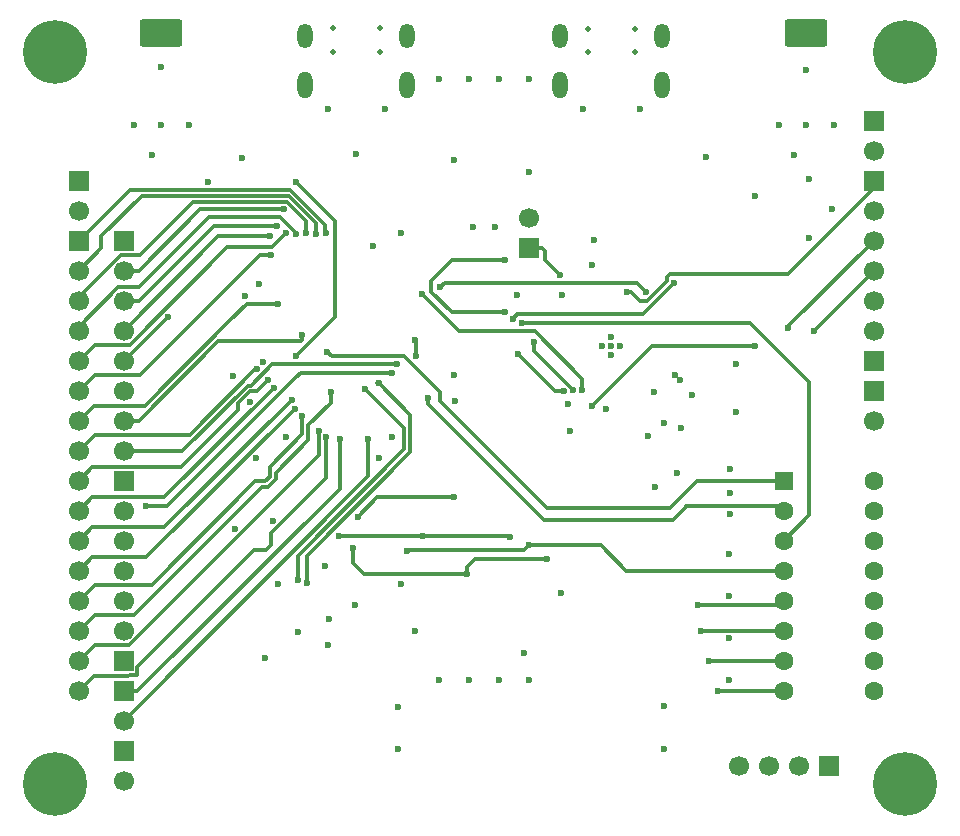
<source format=gbr>
%TF.GenerationSoftware,KiCad,Pcbnew,9.0.4*%
%TF.CreationDate,2025-12-11T19:01:58+01:00*%
%TF.ProjectId,iCEBrainstorm,69434542-7261-4696-9e73-746f726d2e6b,rev?*%
%TF.SameCoordinates,Original*%
%TF.FileFunction,Copper,L4,Bot*%
%TF.FilePolarity,Positive*%
%FSLAX46Y46*%
G04 Gerber Fmt 4.6, Leading zero omitted, Abs format (unit mm)*
G04 Created by KiCad (PCBNEW 9.0.4) date 2025-12-11 19:01:58*
%MOMM*%
%LPD*%
G01*
G04 APERTURE LIST*
G04 Aperture macros list*
%AMRoundRect*
0 Rectangle with rounded corners*
0 $1 Rounding radius*
0 $2 $3 $4 $5 $6 $7 $8 $9 X,Y pos of 4 corners*
0 Add a 4 corners polygon primitive as box body*
4,1,4,$2,$3,$4,$5,$6,$7,$8,$9,$2,$3,0*
0 Add four circle primitives for the rounded corners*
1,1,$1+$1,$2,$3*
1,1,$1+$1,$4,$5*
1,1,$1+$1,$6,$7*
1,1,$1+$1,$8,$9*
0 Add four rect primitives between the rounded corners*
20,1,$1+$1,$2,$3,$4,$5,0*
20,1,$1+$1,$4,$5,$6,$7,0*
20,1,$1+$1,$6,$7,$8,$9,0*
20,1,$1+$1,$8,$9,$2,$3,0*%
G04 Aperture macros list end*
%TA.AperFunction,ComponentPad*%
%ADD10C,0.500000*%
%TD*%
%TA.AperFunction,SMDPad,CuDef*%
%ADD11RoundRect,0.250000X-1.550000X0.920000X-1.550000X-0.920000X1.550000X-0.920000X1.550000X0.920000X0*%
%TD*%
%TA.AperFunction,ComponentPad*%
%ADD12C,5.400000*%
%TD*%
%TA.AperFunction,ComponentPad*%
%ADD13R,1.700000X1.700000*%
%TD*%
%TA.AperFunction,ComponentPad*%
%ADD14C,1.700000*%
%TD*%
%TA.AperFunction,ComponentPad*%
%ADD15RoundRect,0.250000X-0.550000X-0.550000X0.550000X-0.550000X0.550000X0.550000X-0.550000X0.550000X0*%
%TD*%
%TA.AperFunction,ComponentPad*%
%ADD16C,1.600000*%
%TD*%
%TA.AperFunction,ComponentPad*%
%ADD17O,1.300000X2.300000*%
%TD*%
%TA.AperFunction,ComponentPad*%
%ADD18O,1.300000X2.100000*%
%TD*%
%TA.AperFunction,ViaPad*%
%ADD19C,0.600000*%
%TD*%
%TA.AperFunction,Conductor*%
%ADD20C,0.300000*%
%TD*%
G04 APERTURE END LIST*
D10*
%TO.P,U2,4,VOUT*%
%TO.N,+1V2*%
X128635000Y-62405000D03*
X127635000Y-62405000D03*
D11*
X127635000Y-62405000D03*
D10*
X126635000Y-62405000D03*
%TD*%
D12*
%TO.P,H2,1,1*%
%TO.N,unconnected-(H2-Pad1)*%
X136000000Y-64000000D03*
%TD*%
%TO.P,H1,1,1*%
%TO.N,unconnected-(H1-Pad1)*%
X64000000Y-64000000D03*
%TD*%
D13*
%TO.P,J4,1,Pin_1*%
%TO.N,+3V3*%
X69850000Y-123190000D03*
D14*
%TO.P,J4,2,Pin_2*%
%TO.N,GND*%
X69850000Y-125730000D03*
%TD*%
D13*
%TO.P,J10,1,Pin_1*%
%TO.N,/RGB0*%
X133350000Y-90170000D03*
D14*
%TO.P,J10,2,Pin_2*%
%TO.N,/RGB1*%
X133350000Y-87630000D03*
%TO.P,J10,3,Pin_3*%
%TO.N,/RGB2*%
X133350000Y-85090000D03*
%TD*%
D15*
%TO.P,SW1,1*%
%TO.N,/BOOT0*%
X125730000Y-100330000D03*
D16*
%TO.P,SW1,2*%
%TO.N,/BOOT1*%
X125730000Y-102870000D03*
%TO.P,SW1,3*%
%TO.N,/FPGA_BOOT*%
X125730000Y-105410000D03*
%TO.P,SW1,4*%
%TO.N,/FPGA_SPI_CS*%
X125730000Y-107950000D03*
%TO.P,SW1,5*%
%TO.N,/IN0*%
X125730000Y-110490000D03*
%TO.P,SW1,6*%
%TO.N,/FPGA_GLOBAL_0*%
X125730000Y-113030000D03*
%TO.P,SW1,7*%
%TO.N,/IN2*%
X125730000Y-115570000D03*
%TO.P,SW1,8*%
%TO.N,/FPGA_GLOBAL_1*%
X125730000Y-118110000D03*
%TO.P,SW1,9*%
%TO.N,+3V3*%
X133350000Y-118110000D03*
%TO.P,SW1,10*%
X133350000Y-115570000D03*
%TO.P,SW1,11*%
X133350000Y-113030000D03*
%TO.P,SW1,12*%
X133350000Y-110490000D03*
%TO.P,SW1,13*%
%TO.N,Net-(R18-Pad1)*%
X133350000Y-107950000D03*
%TO.P,SW1,14*%
%TO.N,Net-(R17-Pad1)*%
X133350000Y-105410000D03*
%TO.P,SW1,15*%
%TO.N,Net-(R16-Pad1)*%
X133350000Y-102870000D03*
%TO.P,SW1,16*%
%TO.N,Net-(R15-Pad1)*%
X133350000Y-100330000D03*
%TD*%
D12*
%TO.P,H4,1,1*%
%TO.N,unconnected-(H4-Pad1)*%
X136000000Y-126000000D03*
%TD*%
D10*
%TO.P,U1,4,VOUT*%
%TO.N,+3V3*%
X74025000Y-62405000D03*
X73025000Y-62405000D03*
D11*
X73025000Y-62405000D03*
D10*
X72025000Y-62405000D03*
%TD*%
D13*
%TO.P,J7,1,Pin_1*%
%TO.N,/IN0*%
X129540000Y-124460000D03*
D14*
%TO.P,J7,2,Pin_2*%
%TO.N,/FPGA_GLOBAL_0*%
X127000000Y-124460000D03*
%TO.P,J7,3,Pin_3*%
%TO.N,/IN2*%
X124460000Y-124460000D03*
%TO.P,J7,4,Pin_4*%
%TO.N,/FPGA_GLOBAL_1*%
X121920000Y-124460000D03*
%TD*%
D12*
%TO.P,H3,1,1*%
%TO.N,unconnected-(H3-Pad1)*%
X64000000Y-126000000D03*
%TD*%
D17*
%TO.P,J16,S1,SHIELD*%
%TO.N,GND*%
X115443000Y-66844000D03*
D18*
X115443000Y-62644000D03*
D10*
X113113000Y-64024000D03*
X113113000Y-62024000D03*
X109113000Y-64024000D03*
X109113000Y-62024000D03*
D17*
X106783000Y-66844000D03*
D18*
X106783000Y-62644000D03*
%TD*%
D13*
%TO.P,J2,1,Pin_1*%
%TO.N,/PA15*%
X66040000Y-80010000D03*
D14*
%TO.P,J2,2,Pin_2*%
%TO.N,/PC10*%
X66040000Y-82550000D03*
%TO.P,J2,3,Pin_3*%
%TO.N,/PC11*%
X66040000Y-85090000D03*
%TO.P,J2,4,Pin_4*%
%TO.N,/PC12*%
X66040000Y-87630000D03*
%TO.P,J2,5,Pin_5*%
%TO.N,/PD2*%
X66040000Y-90170000D03*
%TO.P,J2,6,Pin_6*%
%TO.N,/PB4*%
X66040000Y-92710000D03*
%TO.P,J2,7,Pin_7*%
%TO.N,/PB9*%
X66040000Y-95250000D03*
%TO.P,J2,8,Pin_8*%
%TO.N,/PC13*%
X66040000Y-97790000D03*
%TO.P,J2,9,Pin_9*%
%TO.N,/PC14*%
X66040000Y-100330000D03*
%TO.P,J2,10,Pin_10*%
%TO.N,/PC15*%
X66040000Y-102870000D03*
%TO.P,J2,11,Pin_11*%
%TO.N,/PC0*%
X66040000Y-105410000D03*
%TO.P,J2,12,Pin_12*%
%TO.N,/PC1*%
X66040000Y-107950000D03*
%TO.P,J2,13,Pin_13*%
%TO.N,/PC2*%
X66040000Y-110490000D03*
%TO.P,J2,14,Pin_14*%
%TO.N,/PC3*%
X66040000Y-113030000D03*
%TO.P,J2,15,Pin_15*%
%TO.N,/PA0*%
X66040000Y-115570000D03*
%TO.P,J2,16,Pin_16*%
%TO.N,/PA1*%
X66040000Y-118110000D03*
%TD*%
D13*
%TO.P,J15,1,Pin_1*%
%TO.N,+3V3*%
X69850000Y-115570000D03*
D14*
%TO.P,J15,2,Pin_2*%
%TO.N,/FPGA_SPI_CS*%
X69850000Y-113030000D03*
%TO.P,J15,3,Pin_3*%
%TO.N,/FPGA_SPI_SI*%
X69850000Y-110490000D03*
%TO.P,J15,4,Pin_4*%
%TO.N,/FPGA_SPI_SO*%
X69850000Y-107950000D03*
%TO.P,J15,5,Pin_5*%
%TO.N,/FPGA_SPI_SCK*%
X69850000Y-105410000D03*
%TO.P,J15,6,Pin_6*%
%TO.N,GND*%
X69850000Y-102870000D03*
%TD*%
D13*
%TO.P,J13,1,Pin_1*%
%TO.N,/USART2_TX*%
X69850000Y-118110000D03*
D14*
%TO.P,J13,2,Pin_2*%
%TO.N,/USART2_RX*%
X69850000Y-120650000D03*
%TD*%
D13*
%TO.P,J12,1,Pin_1*%
%TO.N,/I2C1_SCL*%
X66040000Y-74930000D03*
D14*
%TO.P,J12,2,Pin_2*%
%TO.N,/I2C1_SDA*%
X66040000Y-77470000D03*
%TD*%
D17*
%TO.P,J1,S1,SHIELD*%
%TO.N,GND*%
X93865000Y-66820000D03*
D18*
X93865000Y-62620000D03*
D10*
X91535000Y-64000000D03*
X91535000Y-62000000D03*
X87535000Y-64000000D03*
X87535000Y-62000000D03*
D17*
X85205000Y-66820000D03*
D18*
X85205000Y-62620000D03*
%TD*%
D13*
%TO.P,J5,1,Pin_1*%
%TO.N,+3V3*%
X133350000Y-69850000D03*
D14*
%TO.P,J5,2,Pin_2*%
%TO.N,GND*%
X133350000Y-72390000D03*
%TD*%
D13*
%TO.P,J9,1,Pin_1*%
%TO.N,/I2S5_CK*%
X69850000Y-100330000D03*
D14*
%TO.P,J9,2,Pin_2*%
%TO.N,/I2S5_WS*%
X69850000Y-97790000D03*
%TO.P,J9,3,Pin_3*%
%TO.N,/I2S5_SD*%
X69850000Y-95250000D03*
%TD*%
D13*
%TO.P,J14,1,Pin_1*%
%TO.N,/USART1_TX*%
X104140000Y-80645000D03*
D14*
%TO.P,J14,2,Pin_2*%
%TO.N,/USART1_RX*%
X104140000Y-78105000D03*
%TD*%
D13*
%TO.P,J11,1,Pin_1*%
%TO.N,/FPGA_IO_0*%
X133350000Y-74930000D03*
D14*
%TO.P,J11,2,Pin_2*%
%TO.N,/FPGA_IO_1*%
X133350000Y-77470000D03*
%TO.P,J11,3,Pin_3*%
%TO.N,/FPGA_IO_2*%
X133350000Y-80010000D03*
%TO.P,J11,4,Pin_4*%
%TO.N,/FPGA_IO_3*%
X133350000Y-82550000D03*
%TD*%
D13*
%TO.P,J3,1,Pin_1*%
%TO.N,+3V3*%
X69850000Y-80010000D03*
D14*
%TO.P,J3,2,Pin_2*%
%TO.N,/SWCLK*%
X69850000Y-82550000D03*
%TO.P,J3,3,Pin_3*%
%TO.N,/SWDIO*%
X69850000Y-85090000D03*
%TO.P,J3,4,Pin_4*%
%TO.N,/SWO*%
X69850000Y-87630000D03*
%TO.P,J3,5,Pin_5*%
%TO.N,/NRST*%
X69850000Y-90170000D03*
%TO.P,J3,6,Pin_6*%
%TO.N,GND*%
X69850000Y-92710000D03*
%TD*%
D13*
%TO.P,J6,1,Pin_1*%
%TO.N,+3V3*%
X133350000Y-92710000D03*
D14*
%TO.P,J6,2,Pin_2*%
%TO.N,GND*%
X133350000Y-95250000D03*
%TD*%
D19*
%TO.N,/NRST*%
X84455000Y-75057000D03*
X84455000Y-89789000D03*
X73555714Y-86464285D03*
%TO.N,GND*%
X111125000Y-88138000D03*
X111125000Y-89662000D03*
X126619000Y-72771000D03*
X79865000Y-73025000D03*
X107652457Y-96055543D03*
X121100000Y-110109000D03*
X79248000Y-104394000D03*
X81280000Y-83693000D03*
X97790000Y-73152000D03*
X115613543Y-95420543D03*
X121666000Y-94488000D03*
X89535000Y-72644000D03*
X104140000Y-66294000D03*
X89408000Y-110871000D03*
X121100000Y-113665000D03*
X83566000Y-96647000D03*
X114782600Y-100838000D03*
X111887000Y-88900000D03*
X99060000Y-117221000D03*
X101600000Y-117221000D03*
X103124000Y-84582000D03*
X94488000Y-113030000D03*
X119154500Y-72869500D03*
X81788000Y-115316000D03*
X109673500Y-79937500D03*
X87122000Y-114252000D03*
X91440000Y-98425000D03*
X72263000Y-72771000D03*
X121158000Y-103124000D03*
X115585000Y-119380000D03*
X104140000Y-117221000D03*
X129778800Y-77292200D03*
X79052400Y-91432400D03*
X117976000Y-93091000D03*
X121100000Y-117221000D03*
X93060000Y-119507000D03*
X70725000Y-70231000D03*
X81026000Y-98425000D03*
X82931000Y-109093000D03*
X121158000Y-99314000D03*
X96520000Y-117221000D03*
X80538386Y-93619386D03*
X86868000Y-107569000D03*
X93345000Y-79375000D03*
X111125000Y-88900000D03*
X125335000Y-70231000D03*
X110363000Y-88900000D03*
X97877086Y-93599000D03*
X101280000Y-78867000D03*
%TO.N,+3V3*%
X90951957Y-80410957D03*
X87249000Y-112002000D03*
X76962000Y-75057000D03*
X121666000Y-90424000D03*
X106821000Y-109855000D03*
X121100000Y-106553000D03*
X84590000Y-113157000D03*
X93345000Y-109093000D03*
X107442000Y-93853000D03*
X121158000Y-101346000D03*
X103759000Y-114935000D03*
X80137000Y-84709000D03*
X93091000Y-123063000D03*
X81661000Y-90261181D03*
X99060000Y-66294000D03*
X116542457Y-91396457D03*
X92583000Y-96647000D03*
X115570000Y-123063000D03*
X104140000Y-74168000D03*
X82469000Y-103713000D03*
X73025000Y-70231000D03*
X123317000Y-76200000D03*
X127889000Y-74803000D03*
X109474000Y-82042000D03*
X116967000Y-91821000D03*
X97790000Y-91352914D03*
X73025000Y-65278000D03*
%TO.N,/BOOT0*%
X87065990Y-89374741D03*
%TO.N,/BOOT1*%
X95631000Y-93345000D03*
%TO.N,+1V2*%
X127635000Y-70231000D03*
X106934000Y-84582000D03*
X114694724Y-92823276D03*
X99380000Y-78867000D03*
X127635000Y-65528000D03*
X116987827Y-95885000D03*
%TO.N,/VCCPLL*%
X116713000Y-99695000D03*
X114256457Y-96520000D03*
%TO.N,/SWCLK*%
X83439000Y-77343000D03*
%TO.N,/SWDIO*%
X82804000Y-78740000D03*
%TO.N,Net-(U4B-CDONE)*%
X102123883Y-86058000D03*
X102108000Y-81661000D03*
%TO.N,/SWO*%
X82205000Y-79629000D03*
%TO.N,/USART2_TX*%
X88138000Y-96774000D03*
%TO.N,/USART2_RX*%
X90551000Y-96774000D03*
%TO.N,+2V5*%
X127889000Y-79756000D03*
X110638864Y-94234000D03*
%TO.N,VBUS*%
X129935000Y-70231000D03*
X113538000Y-68834000D03*
X101600000Y-66294000D03*
X87122000Y-68834000D03*
X91948000Y-68834000D03*
X108712000Y-68834000D03*
X75325000Y-70231000D03*
X96520000Y-66294000D03*
%TO.N,/FPGA_NRST*%
X102787199Y-86589522D03*
X116459000Y-83566000D03*
%TO.N,/PC2*%
X84963000Y-94869000D03*
%TO.N,/PC14*%
X82042000Y-91821000D03*
%TO.N,/PC12*%
X84396052Y-79382638D03*
%TO.N,/I2S5_WS*%
X92964000Y-90424000D03*
%TO.N,/USART1_TX*%
X106807000Y-82931000D03*
%TO.N,/PC15*%
X82550000Y-92456000D03*
%TO.N,/I2S5_SD*%
X84963000Y-88011000D03*
%TO.N,/FPGA_SPI_SCK*%
X88074500Y-104965500D03*
X95153135Y-104998865D03*
X102552500Y-105092500D03*
%TO.N,/PC1*%
X84328000Y-94234000D03*
%TO.N,/PC0*%
X84074000Y-93472000D03*
%TO.N,/FPGA_SPI_CS*%
X104140000Y-105791000D03*
X93805000Y-106220000D03*
%TO.N,/I2S5_CK*%
X71755000Y-102489000D03*
X92583000Y-91186000D03*
%TO.N,/FPGA_BOOT*%
X103557564Y-86948747D03*
%TO.N,/PC13*%
X81102525Y-90881525D03*
%TO.N,/PC11*%
X85245977Y-79371188D03*
%TO.N,/PC3*%
X87376000Y-92837000D03*
%TO.N,/PC10*%
X86095952Y-79377952D03*
%TO.N,/FPGA_CLK*%
X95059500Y-84518500D03*
X108675395Y-92595195D03*
%TO.N,/FPGA_SPI_SI*%
X105664000Y-106934000D03*
X89281000Y-106045000D03*
X98882525Y-108204000D03*
%TO.N,/FPGA_SPI_SO*%
X97790000Y-101727000D03*
X89662000Y-103378000D03*
%TO.N,/FPGA_GLOBAL_1*%
X120142000Y-118110000D03*
%TO.N,/FPGA_GLOBAL_6*%
X96647000Y-83947000D03*
X114046000Y-84328000D03*
%TO.N,/IN0*%
X118429000Y-110871000D03*
%TO.N,/IN2*%
X119380000Y-115570000D03*
%TO.N,/I2C1_SDA*%
X90297000Y-92583000D03*
X103251000Y-89611200D03*
X84582000Y-108712000D03*
X107111800Y-92735400D03*
%TO.N,/I2C1_SCL*%
X104546400Y-88569800D03*
X94615000Y-89789000D03*
X91440000Y-92075000D03*
X85344000Y-108966000D03*
X94488000Y-88392000D03*
X107886500Y-92646500D03*
%TO.N,/PA15*%
X86945930Y-79371536D03*
%TO.N,/PA0*%
X86360000Y-96139000D03*
%TO.N,/PB4*%
X82296000Y-81218000D03*
%TO.N,/PA1*%
X86995000Y-96647000D03*
%TO.N,/PB9*%
X82931000Y-85344000D03*
%TO.N,/PD2*%
X83546700Y-79349379D03*
%TO.N,/FPGA_GLOBAL_0*%
X118745000Y-113030000D03*
%TO.N,/FPGA_IO_2*%
X126111000Y-87376000D03*
%TO.N,/FPGA_IO_3*%
X123317000Y-88900000D03*
X128270000Y-87630000D03*
X109474000Y-93980000D03*
%TO.N,/FPGA_IO_0*%
X112433288Y-84332761D03*
%TD*%
D20*
%TO.N,/NRST*%
X69850000Y-90170000D02*
X73555714Y-86464285D01*
X84455000Y-75057000D02*
X87757000Y-78359000D01*
X87757000Y-86487000D02*
X84455000Y-89789000D01*
X87757000Y-78359000D02*
X87757000Y-86487000D01*
%TO.N,/BOOT0*%
X125730000Y-100330000D02*
X118364000Y-100330000D01*
X87480249Y-89789000D02*
X87065990Y-89374741D01*
X116078000Y-102616000D02*
X105664000Y-102616000D01*
X118364000Y-100330000D02*
X116078000Y-102616000D01*
X96647000Y-92837000D02*
X93599000Y-89789000D01*
X93599000Y-89789000D02*
X87480249Y-89789000D01*
X96647000Y-93599000D02*
X96647000Y-92837000D01*
X105664000Y-102616000D02*
X96647000Y-93599000D01*
%TO.N,/BOOT1*%
X95631000Y-93345000D02*
X95631000Y-93853000D01*
X117348000Y-102616000D02*
X116332000Y-103632000D01*
X125222000Y-102489000D02*
X117475000Y-102489000D01*
X108204000Y-103632000D02*
X107061000Y-103632000D01*
X116332000Y-103632000D02*
X108204000Y-103632000D01*
X107061000Y-103632000D02*
X106172000Y-103632000D01*
X95631000Y-93853000D02*
X105410000Y-103632000D01*
X125603000Y-102870000D02*
X125222000Y-102489000D01*
X117475000Y-102489000D02*
X117348000Y-102616000D01*
X105410000Y-103632000D02*
X108204000Y-103632000D01*
X125730000Y-102870000D02*
X125603000Y-102870000D01*
%TO.N,/SWCLK*%
X69850000Y-82550000D02*
X71120000Y-82550000D01*
X76327000Y-77343000D02*
X83439000Y-77343000D01*
X71120000Y-82550000D02*
X76327000Y-77343000D01*
%TO.N,/SWDIO*%
X77216000Y-78994000D02*
X77470000Y-78740000D01*
X69850000Y-85090000D02*
X71120000Y-85090000D01*
X71120000Y-85090000D02*
X77216000Y-78994000D01*
X77470000Y-78740000D02*
X82804000Y-78740000D01*
%TO.N,Net-(U4B-CDONE)*%
X97663000Y-81661000D02*
X96139000Y-83185000D01*
X97615000Y-86058000D02*
X95885000Y-84328000D01*
X102108000Y-81661000D02*
X97663000Y-81661000D01*
X95885000Y-84328000D02*
X95885000Y-83439000D01*
X102123883Y-86058000D02*
X97615000Y-86058000D01*
X95885000Y-83439000D02*
X96139000Y-83185000D01*
%TO.N,/SWO*%
X77851000Y-79629000D02*
X82205000Y-79629000D01*
X69850000Y-87630000D02*
X77851000Y-79629000D01*
%TO.N,/USART2_TX*%
X69850000Y-118110000D02*
X71000000Y-118110000D01*
X88138000Y-100972000D02*
X88138000Y-96774000D01*
X71000000Y-118110000D02*
X88138000Y-100972000D01*
%TO.N,/USART2_RX*%
X90551000Y-99949000D02*
X90551000Y-96774000D01*
X69850000Y-120650000D02*
X90551000Y-99949000D01*
%TO.N,/FPGA_NRST*%
X103143721Y-86233000D02*
X113792000Y-86233000D01*
X102787199Y-86589522D02*
X103143721Y-86233000D01*
X113792000Y-86233000D02*
X116459000Y-83566000D01*
%TO.N,/PC2*%
X84963000Y-96393000D02*
X84963000Y-94869000D01*
X82250000Y-99106000D02*
X84963000Y-96393000D01*
X66040000Y-110490000D02*
X67429000Y-109101000D01*
X81839950Y-100371742D02*
X82250000Y-99961692D01*
X72255000Y-109101000D02*
X80984258Y-100371742D01*
X82250000Y-99961692D02*
X82250000Y-99106000D01*
X67429000Y-109101000D02*
X72255000Y-109101000D01*
X80984258Y-100371742D02*
X81839950Y-100371742D01*
%TO.N,/PC14*%
X81153000Y-92710000D02*
X80518000Y-92710000D01*
X79502000Y-93726000D02*
X79502000Y-94361000D01*
X67191000Y-99179000D02*
X74684000Y-99179000D01*
X66040000Y-100330000D02*
X67191000Y-99179000D01*
X82042000Y-91821000D02*
X81153000Y-92710000D01*
X74684000Y-99179000D02*
X79502000Y-94361000D01*
X80518000Y-92710000D02*
X79502000Y-93726000D01*
%TO.N,/PC12*%
X84396052Y-79316052D02*
X84396052Y-79382638D01*
X69373240Y-83939000D02*
X71128000Y-83939000D01*
X66040000Y-87272240D02*
X69373240Y-83939000D01*
X77089000Y-77978000D02*
X83058000Y-77978000D01*
X71128000Y-83939000D02*
X77089000Y-77978000D01*
X83058000Y-77978000D02*
X84396052Y-79316052D01*
%TO.N,/I2S5_WS*%
X82423000Y-90424000D02*
X92964000Y-90424000D01*
X69850000Y-97790000D02*
X74801604Y-97790000D01*
X80331604Y-92260000D02*
X80587000Y-92260000D01*
X80587000Y-92260000D02*
X82423000Y-90424000D01*
X74801604Y-97790000D02*
X80331604Y-92260000D01*
%TO.N,/USART1_TX*%
X105290000Y-80645000D02*
X105537000Y-80892000D01*
X105537000Y-81661000D02*
X106807000Y-82931000D01*
X105537000Y-80892000D02*
X105537000Y-81661000D01*
X104140000Y-80645000D02*
X105290000Y-80645000D01*
%TO.N,/PC15*%
X73287000Y-101719000D02*
X82296000Y-92710000D01*
X66040000Y-102870000D02*
X67191000Y-101719000D01*
X67191000Y-101719000D02*
X73287000Y-101719000D01*
X82296000Y-92710000D02*
X82550000Y-92456000D01*
%TO.N,/I2S5_SD*%
X84836000Y-88519000D02*
X84963000Y-88392000D01*
X84963000Y-88392000D02*
X84963000Y-88011000D01*
X77851000Y-88519000D02*
X84836000Y-88519000D01*
X69850000Y-95250000D02*
X71120000Y-95250000D01*
X71120000Y-95250000D02*
X77851000Y-88519000D01*
%TO.N,/FPGA_SPI_SCK*%
X102552500Y-105092500D02*
X102458865Y-104998865D01*
X102458865Y-104998865D02*
X95153135Y-104998865D01*
X95119770Y-104965500D02*
X88074500Y-104965500D01*
X95153135Y-104998865D02*
X95119770Y-104965500D01*
%TO.N,/PC1*%
X67191000Y-106799000D02*
X66040000Y-107950000D01*
X71763000Y-106799000D02*
X67191000Y-106799000D01*
X84328000Y-94234000D02*
X71763000Y-106799000D01*
%TO.N,/PC0*%
X73287000Y-104259000D02*
X67191000Y-104259000D01*
X67191000Y-104259000D02*
X66040000Y-105410000D01*
X84074000Y-93472000D02*
X73287000Y-104259000D01*
%TO.N,/FPGA_SPI_CS*%
X93853000Y-106172000D02*
X93805000Y-106220000D01*
X125730000Y-107950000D02*
X112395000Y-107950000D01*
X112395000Y-107950000D02*
X110236000Y-105791000D01*
X104140000Y-105791000D02*
X103759000Y-106172000D01*
X110236000Y-105791000D02*
X104140000Y-105791000D01*
X103759000Y-106172000D02*
X93853000Y-106172000D01*
%TO.N,/I2S5_CK*%
X73533000Y-102489000D02*
X71755000Y-102489000D01*
X84836000Y-91186000D02*
X92583000Y-91186000D01*
X84455000Y-91567000D02*
X73533000Y-102489000D01*
X84455000Y-91567000D02*
X84836000Y-91186000D01*
%TO.N,/FPGA_BOOT*%
X127889000Y-91948000D02*
X127889000Y-103251000D01*
X103557564Y-86948747D02*
X122889747Y-86948747D01*
X127889000Y-103251000D02*
X125730000Y-105410000D01*
X122889747Y-86948747D02*
X127889000Y-91948000D01*
%TO.N,/PC13*%
X80949475Y-90881525D02*
X81102525Y-90881525D01*
X75430000Y-96401000D02*
X80949475Y-90881525D01*
X66040000Y-97790000D02*
X67429000Y-96401000D01*
X67429000Y-96401000D02*
X75430000Y-96401000D01*
%TO.N,/PC11*%
X85245977Y-78287027D02*
X83666950Y-76708000D01*
X66040000Y-84717000D02*
X66040000Y-85090000D01*
X71239000Y-81161000D02*
X69596000Y-81161000D01*
X75692000Y-76708000D02*
X71239000Y-81161000D01*
X83666950Y-76708000D02*
X75692000Y-76708000D01*
X69596000Y-81161000D02*
X66040000Y-84717000D01*
X85245977Y-79371188D02*
X85245977Y-78287027D01*
%TO.N,/PC3*%
X85471000Y-95631000D02*
X85471000Y-96901000D01*
X67429000Y-111641000D02*
X66040000Y-113030000D01*
X82700000Y-100148088D02*
X82026346Y-100821742D01*
X87376000Y-92837000D02*
X87376000Y-93726000D01*
X87376000Y-93726000D02*
X85471000Y-95631000D01*
X82026346Y-100821742D02*
X81550258Y-100821742D01*
X70731000Y-111641000D02*
X67429000Y-111641000D01*
X82700000Y-99672000D02*
X82700000Y-100148088D01*
X85471000Y-96901000D02*
X82700000Y-99672000D01*
X81550258Y-100821742D02*
X70731000Y-111641000D01*
%TO.N,/PC10*%
X67945000Y-79613000D02*
X67945000Y-80645000D01*
X86095952Y-78500606D02*
X83795346Y-76200000D01*
X86095952Y-79377952D02*
X86095952Y-78500606D01*
X67945000Y-80645000D02*
X66040000Y-82550000D01*
X83795346Y-76200000D02*
X71358000Y-76200000D01*
X71358000Y-76200000D02*
X67945000Y-79613000D01*
%TO.N,/FPGA_CLK*%
X104676000Y-87658000D02*
X108675395Y-91657395D01*
X95059500Y-84518500D02*
X98199000Y-87658000D01*
X98199000Y-87658000D02*
X104676000Y-87658000D01*
X108675395Y-91657395D02*
X108675395Y-92595195D01*
%TO.N,/FPGA_SPI_SI*%
X99568000Y-106934000D02*
X98882525Y-107619475D01*
X105664000Y-106934000D02*
X99568000Y-106934000D01*
X89281000Y-107315000D02*
X89281000Y-106045000D01*
X90170000Y-108204000D02*
X89281000Y-107315000D01*
X98882525Y-108204000D02*
X90170000Y-108204000D01*
X98882525Y-107619475D02*
X98882525Y-108204000D01*
%TO.N,/FPGA_SPI_SO*%
X91313000Y-101727000D02*
X89662000Y-103378000D01*
X97790000Y-101727000D02*
X91313000Y-101727000D01*
%TO.N,/FPGA_GLOBAL_1*%
X120142000Y-118110000D02*
X125730000Y-118110000D01*
%TO.N,/FPGA_GLOBAL_6*%
X113284000Y-83566000D02*
X114046000Y-84328000D01*
X97028000Y-83566000D02*
X113284000Y-83566000D01*
X96647000Y-83947000D02*
X97028000Y-83566000D01*
%TO.N,/IN0*%
X125349000Y-110871000D02*
X118429000Y-110871000D01*
X125730000Y-110490000D02*
X125349000Y-110871000D01*
%TO.N,/IN2*%
X125730000Y-115570000D02*
X119380000Y-115570000D01*
%TO.N,/I2C1_SDA*%
X103251000Y-89611200D02*
X106146600Y-92506800D01*
X93599000Y-97663000D02*
X93599000Y-95885000D01*
X84582000Y-108712000D02*
X84582000Y-106680000D01*
X106146600Y-92506800D02*
X106375200Y-92735400D01*
X106375200Y-92735400D02*
X107111800Y-92735400D01*
X93599000Y-95885000D02*
X90297000Y-92583000D01*
X84582000Y-106680000D02*
X93599000Y-97663000D01*
%TO.N,/I2C1_SCL*%
X85344000Y-108966000D02*
X85344000Y-106680000D01*
X94107000Y-94742000D02*
X91440000Y-92075000D01*
X91440000Y-92075000D02*
X91313000Y-92075000D01*
X104546400Y-88569800D02*
X104546400Y-89306400D01*
X104546400Y-89306400D02*
X107886500Y-92646500D01*
X94615000Y-88519000D02*
X94488000Y-88392000D01*
X94107000Y-97917000D02*
X94107000Y-94742000D01*
X85598000Y-106426000D02*
X94107000Y-97917000D01*
X85344000Y-106680000D02*
X85598000Y-106426000D01*
X94615000Y-89789000D02*
X94615000Y-88519000D01*
%TO.N,/PA15*%
X86868000Y-78636258D02*
X83923742Y-75692000D01*
X86868000Y-79293606D02*
X86868000Y-78636258D01*
X70358000Y-75692000D02*
X66040000Y-80010000D01*
X83923742Y-75692000D02*
X70358000Y-75692000D01*
X86945930Y-79371536D02*
X86868000Y-79293606D01*
%TO.N,/PA0*%
X70326760Y-114181000D02*
X86360000Y-98147760D01*
X67429000Y-114181000D02*
X70326760Y-114181000D01*
X66040000Y-115570000D02*
X67429000Y-114181000D01*
X86360000Y-98147760D02*
X86360000Y-96139000D01*
%TO.N,/PB4*%
X66040000Y-92710000D02*
X67429000Y-91321000D01*
X71239000Y-91321000D02*
X81342000Y-81218000D01*
X81342000Y-81218000D02*
X82296000Y-81218000D01*
X67429000Y-91321000D02*
X71239000Y-91321000D01*
%TO.N,/PA1*%
X82297500Y-104773500D02*
X82297500Y-105763450D01*
X67310000Y-116840000D02*
X66040000Y-118110000D01*
X71001000Y-116070000D02*
X71001000Y-116721000D01*
X81887450Y-106173500D02*
X80897500Y-106173500D01*
X70350000Y-116721000D02*
X70231000Y-116840000D01*
X86995000Y-96647000D02*
X86995000Y-100076000D01*
X82297500Y-105763450D02*
X81887450Y-106173500D01*
X86995000Y-100076000D02*
X82297500Y-104773500D01*
X80897500Y-106173500D02*
X71001000Y-116070000D01*
X70231000Y-116840000D02*
X67310000Y-116840000D01*
X71001000Y-116721000D02*
X70350000Y-116721000D01*
%TO.N,/PB9*%
X80264000Y-85344000D02*
X78867000Y-86741000D01*
X82931000Y-85344000D02*
X80264000Y-85344000D01*
X66040000Y-95250000D02*
X67310000Y-93980000D01*
X71628000Y-93980000D02*
X78867000Y-86741000D01*
X67310000Y-93980000D02*
X71628000Y-93980000D01*
%TO.N,/PD2*%
X78613000Y-80518000D02*
X82378079Y-80518000D01*
X67429000Y-88781000D02*
X70350000Y-88781000D01*
X66040000Y-90170000D02*
X67429000Y-88781000D01*
X70350000Y-88781000D02*
X78613000Y-80518000D01*
X82378079Y-80518000D02*
X83546700Y-79349379D01*
%TO.N,/FPGA_GLOBAL_0*%
X125730000Y-113030000D02*
X118745000Y-113030000D01*
%TO.N,/FPGA_IO_2*%
X126111000Y-87249000D02*
X126111000Y-87376000D01*
X133350000Y-80010000D02*
X126111000Y-87249000D01*
%TO.N,/FPGA_IO_3*%
X109474000Y-93980000D02*
X114554000Y-88900000D01*
X114554000Y-88900000D02*
X123317000Y-88900000D01*
X133350000Y-82550000D02*
X128270000Y-87630000D01*
%TO.N,/FPGA_IO_0*%
X126111000Y-82804000D02*
X133350000Y-75565000D01*
X113538000Y-85090000D02*
X114173000Y-85090000D01*
X112433288Y-84332761D02*
X112780761Y-84332761D01*
X114173000Y-85090000D02*
X115824000Y-83439000D01*
X112780761Y-84332761D02*
X113538000Y-85090000D01*
X115824000Y-83439000D02*
X115824000Y-83058000D01*
X133350000Y-75565000D02*
X133350000Y-74930000D01*
X115824000Y-83058000D02*
X116078000Y-82804000D01*
X116078000Y-82804000D02*
X126111000Y-82804000D01*
%TD*%
M02*

</source>
